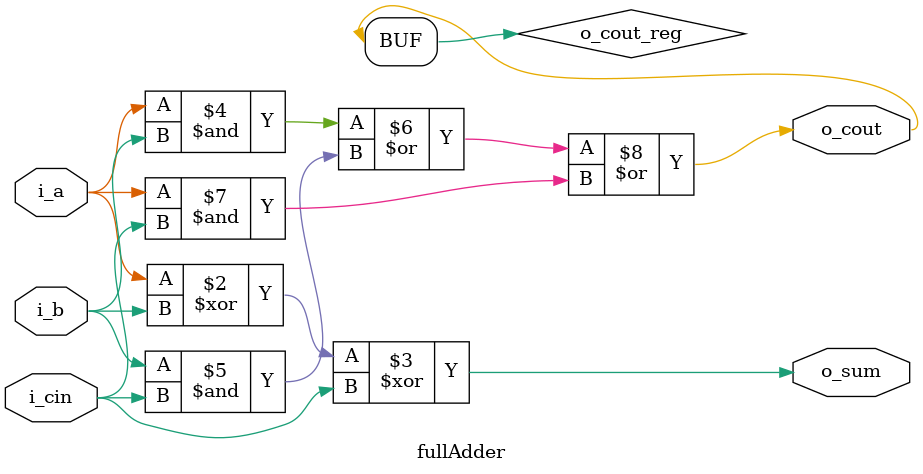
<source format=v>

`default_nettype none

module serialAdder( i_clk, i_rst, i_a, i_b, o_sum);

parameter DATAWIDTH = 8;

input wire i_clk, i_rst;
input wire [DATAWIDTH-1:0] i_a, i_b;
output reg [DATAWIDTH-1:0] o_sum;

reg i_shift, i_load;
wire [DATAWIDTH-1:0] o_rega, o_regb;

wire o_regc;
wire o_and, dff_in, dff_out;

// Wrap entire code over a counter of DATAWIDTH bits

reg [DATAWIDTH:0] counter;

// module instantiations
shiftReg A(i_clk, i_rst, i_shift, i_load, i_a, o_rega);
shiftReg B(i_clk, i_rst, i_shift, i_load, i_b, o_regb);

fullAdder C(o_rega[0], o_regb[0], dff_out, o_regc, dff_in);

dff D(o_and, i_rst, dff_in, dff_out);

andGate AND(i_shift, i_clk, o_and);

always @(posedge i_clk) 
    if (!i_rst)  
    begin
        counter <= DATAWIDTH+2;
        i_shift <= 0;
        i_load <= 0;
        o_sum <= 0;
    end
    else if (counter == DATAWIDTH+2)
    begin
        i_load <= 1;
        i_shift <= 0;
        counter <= counter - 1;
    end
    else if (counter != 0)
    begin
        i_load <= 0;
        i_shift <= 1;
        o_sum <= {o_regc, o_sum[DATAWIDTH-1:1]};
        counter <= counter - 1;
    end
    else
    begin
        i_load <= 0;
        i_shift <= 0;
        counter <= DATAWIDTH+2;
        o_sum <= 0;
    end

endmodule

// Shift reg
module shiftReg( i_clk, i_rst, i_shift, i_load, i_data, o_data );

parameter DATAWIDTH = 8;
input wire i_rst, i_clk, i_shift, i_load;
input wire [DATAWIDTH-1:0] i_data;
output wire [DATAWIDTH-1:0] o_data;

reg [DATAWIDTH-1:0] o_reg;

always @(posedge i_clk) begin 
    if (!i_rst) 
        o_reg <= 0;
    else if (i_load)
        o_reg <= i_data;
    else if (i_shift)
        o_reg <= {1'b0, o_reg[DATAWIDTH-1:1]};
end

assign o_data = o_reg;
endmodule


// D flip flop
module dff( i_clk, i_rst, i_data, o_data );
input wire i_clk, i_rst, i_data;
output wire o_data;

reg o_reg;
always @(posedge i_clk) begin 
    if (!i_rst) 
        o_reg <= 0;
    else
        o_reg <= i_data;
end

assign o_data = o_reg;

endmodule


// And Gate
module andGate( i_a, i_b, o_c );
input wire i_a, i_b;
output wire o_c;

assign o_c = i_a & i_b;

endmodule


// Full Adder
module fullAdder( i_a, i_b, i_cin, o_sum, o_cout );

input wire i_a, i_b, i_cin;
output wire o_cout;
output reg o_sum;
reg o_cout_reg;

always @(*) begin
    o_sum = i_a ^ i_b ^ i_cin;
    o_cout_reg = (i_a & i_b) | (i_b & i_cin) | (i_a & i_cin);
end

assign o_cout = o_cout_reg;
endmodule
</source>
